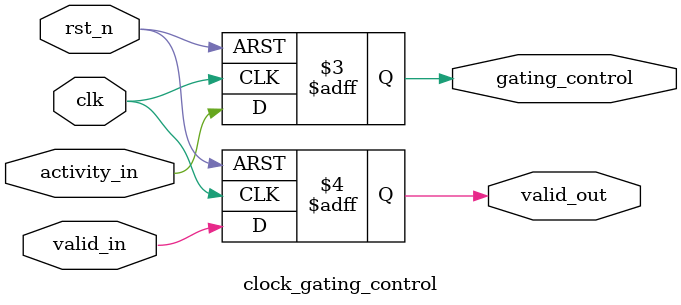
<source format=sv>
module activity_clock_gate (
    input  wire        clk_in,
    input  wire        rst_n,
    input  wire [7:0]  data_in,
    input  wire [7:0]  prev_data,
    input  wire        valid_in,
    output wire        valid_out,
    output wire        clk_out
);
    // 内部连线声明
    wire [7:0]  data_in_registered;
    wire [7:0]  prev_data_registered;
    wire        valid_stage1;
    
    wire [7:0]  data_diff;
    wire        valid_stage2;
    
    wire        activity_detected;
    wire        valid_stage3;
    
    wire        gating_control;

    // 实例化输入寄存子模块
    input_register input_reg_inst (
        .clk          (clk_in),
        .rst_n        (rst_n),
        .data_in      (data_in),
        .prev_data    (prev_data),
        .valid_in     (valid_in),
        .data_out     (data_in_registered),
        .prev_data_out(prev_data_registered),
        .valid_out    (valid_stage1)
    );
    
    // 实例化数据差异计算子模块
    data_difference diff_calculator (
        .clk          (clk_in),
        .rst_n        (rst_n),
        .data_in      (data_in_registered),
        .prev_data    (prev_data_registered),
        .valid_in     (valid_stage1),
        .data_diff    (data_diff),
        .valid_out    (valid_stage2)
    );
    
    // 实例化活动检测子模块
    activity_detector act_detector (
        .clk              (clk_in),
        .rst_n            (rst_n),
        .data_diff        (data_diff),
        .valid_in         (valid_stage2),
        .activity_detected(activity_detected),
        .valid_out        (valid_stage3)
    );
    
    // 实例化时钟门控控制子模块
    clock_gating_control gating_ctrl (
        .clk          (clk_in),
        .rst_n        (rst_n),
        .activity_in  (activity_detected),
        .valid_in     (valid_stage3),
        .gating_control(gating_control),
        .valid_out    (valid_out)
    );
    
    // 时钟输出门控
    assign clk_out = clk_in & gating_control;
    
endmodule

// 子模块1：输入寄存模块
module input_register (
    input  wire        clk,
    input  wire        rst_n,
    input  wire [7:0]  data_in,
    input  wire [7:0]  prev_data,
    input  wire        valid_in,
    output reg  [7:0]  data_out,
    output reg  [7:0]  prev_data_out,
    output reg         valid_out
);
    // 第1级：输入寄存
    always @(posedge clk or negedge rst_n) begin
        if (!rst_n) begin
            data_out     <= 8'h0;
            prev_data_out <= 8'h0;
            valid_out    <= 1'b0;
        end else begin
            data_out     <= data_in;
            prev_data_out <= prev_data;
            valid_out    <= valid_in;
        end
    end
endmodule

// 子模块2：数据差异计算模块
module data_difference (
    input  wire        clk,
    input  wire        rst_n,
    input  wire [7:0]  data_in,
    input  wire [7:0]  prev_data,
    input  wire        valid_in,
    output reg  [7:0]  data_diff,
    output reg         valid_out
);
    // 第2级：计算数据差异
    always @(posedge clk or negedge rst_n) begin
        if (!rst_n) begin
            data_diff <= 8'h0;
            valid_out <= 1'b0;
        end else begin
            data_diff <= data_in ^ prev_data;
            valid_out <= valid_in;
        end
    end
endmodule

// 子模块3：活动检测模块
module activity_detector (
    input  wire        clk,
    input  wire        rst_n,
    input  wire [7:0]  data_diff,
    input  wire        valid_in,
    output reg         activity_detected,
    output reg         valid_out
);
    // 第3级：检测任何位的变化
    always @(posedge clk or negedge rst_n) begin
        if (!rst_n) begin
            activity_detected <= 1'b0;
            valid_out         <= 1'b0;
        end else begin
            activity_detected <= |data_diff;
            valid_out         <= valid_in;
        end
    end
endmodule

// 子模块4：时钟门控控制模块
module clock_gating_control (
    input  wire        clk,
    input  wire        rst_n,
    input  wire        activity_in,
    input  wire        valid_in,
    output reg         gating_control,
    output reg         valid_out
);
    // 第4级：时钟控制生成（负边沿触发）
    always @(negedge clk or negedge rst_n) begin
        if (!rst_n) begin
            gating_control <= 1'b0;
            valid_out      <= 1'b0;
        end else begin
            gating_control <= activity_in;
            valid_out      <= valid_in;
        end
    end
endmodule
</source>
